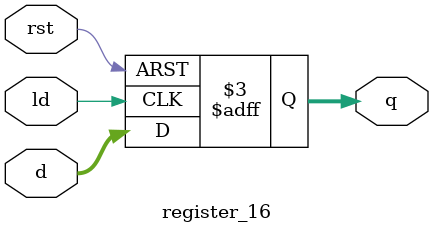
<source format=v>
`timescale 100ps / 1ps


module top_module(input clk, topRst);
	 
	 wire Dc, rd, wr, lPC, TPC, LT, TT, LMAR, TMAR, LIR, RMDRExt, RMDRInt, TMDR2X, TMDR2Ext, TMDR2IR, LMDR, LregY, T1, Lflag, rdM, wrM, PCrst, mfc;
	 wire [6:0] irContr;
	 wire [15:0] Abus, Dbus;
	 wire [1:0] fnSel, selreg;
	 
	datapath dpO(Dc, irContr, Abus, Dbus, rd, wr, lPC, TPC, LT, TT, LMAR, TMAR, LIR, RMDRExt, RMDRInt, TMDR2X, TMDR2Ext, TMDR2IR, LMDR, LregY, T1, Lflag, PCrst, fnSel, selreg);
	controller contrO(rd, wr, lPC, TPC, LT, TT, LMAR, TMAR, LIR, RMDRExt, RMDRInt, TMDR2X, TMDR2Ext, TMDR2IR, LMDR, LregY, T1, Lflag, rdM, wrM, PCrst, fnSel, selreg, Dc, clk, topRst, mfc, irContr);
	memoryModule memO(Abus, Dbus, rdM, wrM, mfc);

endmodule


module triStateBuffer(
		output [15:0] b,
		input[15:0] a,
		input enable);
	assign b = (enable) ? a : 16'bzzzzzzzzzzzzzzzz;
	
endmodule


module alu(
		output[15:0] z,
		output c_n, c_n_minus_1,
		input[15:0] x, y,
		input [2:0] fnsel);

	wire [15:0] cmpOut, orOut, andOut, y1, addsubOut;
	
	xor_16_1 xm(y1, y, fnsel[0]);
	adder_16 addm(addsubOut, c_n, c_n_minus_1, x, y1, fnsel[0]);
	
	and_16 andm(andOut, x, y);
	
	or_16 om(orOut, x, y);
	
	cmp_16 cm(cmpOut, x);
	
	mux8_1_16 mm(z, addsubOut, addsubOut, andOut, orOut, 16'bXXXXXXXXXXXXXXXX, cmpOut, x, 16'bXXXXXXXXXXXXXXXX, fnsel);

endmodule



module dff(
		output reg q, nq,
		input d,
		input ld, rst);
	//reg q, nq;
	always @ (posedge ld or negedge rst)
	begin
		if(rst == 0)
			q <= 0;
		else
			begin
				q <= d;
				nq <= ~d;
			end
	end

	//assign nq <= q;
endmodule



module statusDetectors(
		output Dc,
		input [15:0] z,
		input c_n, c_n_minus_1, Lflag,
		input [3:0] IR12_9);
	//buf(Cin, c_n);
	
	wire Cin,Vin,Sin,Zin,rst,Zout,nZout,Cout,nCout,Vout,nVout,Sout,nSout;
	assign Cin = c_n;
	
	xor(Vin, c_n, c_n_minus_1);
	
	assign Sin = z[15];
	
	nor(Zin, z[0], z[1], z[2], z[3], z[4], z[5], z[6], z[7], z[8], z[9], z[10], z[11], z[12], z[13], z[14], z[15]);

	dff m1(Zout, nZout, Zin, Lflag, rst),
		 m2(Cout, nCout, Cin, Lflag, rst),
		 m3(Vout, nVout, Vin, Lflag, rst),
		 m4(Sout, nSout, Sin, Lflag, rst);

	muxDc DCon(Dc, 1'b1, Zout, nZout, Cout, nCout, Vout, nVout, Sout, nSout, IR12_9);
endmodule



module cmp_16(
		output [15:0] o,
		input[15:0] i);
	wire[15:0] t;
	genvar j;
	generate for(j=0; j <= 15; j=j+1)
	begin:loop
		not(t[j], i[j]);
	end
	endgenerate

	wire cn,cn1;
  adder_16 m(o, cn, cn1, t, 16'b0000000000000000, 1'b1);
endmodule



module mux4_1_3(
		output reg [2:0] o,
		input [2:0] i0, i1, i2, i3,
		input [1:0] sel);
//	not(nsel, sel);
//	and(t1, i0, nsel), (t2, i1, sel);
//	or(o, t1, t2);
	always @(sel, i0, i1, i2, i3)
	case(sel)
		2'b00: o = i0;
		2'b01: o = i1;
		2'b10: o = i2;
		2'b11: o = i3;
	endcase
endmodule


module mux8_1_16(
		output reg [15:0] o,
		input[15:0] i0, i1, i2, i3, i4, i5, i6, i7,
		input[2:0] sel);
	//reg[15:0] o;
	
	always @ (i0 or i1 or i2 or i3 or i4 or i5 or i6 or i7 or sel)
	case(sel)
		0: o= i0;
		1: o= i1;
		2: o= i2;
		3: o= i3;
		4: o= i4;
		5: o= i5;
		6: o= i6;
		7: o= i7;
	endcase

endmodule


module mux2_1_3(
		output reg [2:0] o,
		input [2:0] i0, i1,
		input sel);
//	not(nsel, sel);
//	and(t1, i0, nsel), (t2, i1, sel);
//	or(o, t1, t2);
	always @(sel, i0, i1)
	case(sel)
		0: o = i0;
		1: o = i1;
	endcase
endmodule


module decoder3_8(out, sel);


  input [2:0] sel;
  output reg [7:0] out;

  always @(sel,out)
	 case (sel)
		 3'b000  : out = 8'b00000001;
		 3'b001  : out = 8'b00000010;
		 3'b010  : out = 8'b00000100;
		 3'b011  : out = 8'b00001000;
		 3'b100  : out = 8'b00010000;
		 3'b101  : out = 8'b00100000;
		 3'b110  : out = 8'b01000000;
		 3'b111	: out = 8'b10000000;
	 endcase

endmodule



module regBank(
		output [15:0] p,
		input [15:0] Din,
		input [2:0] pa, wpa,
		input rd, wr);
	wire[15:0] q0, q1, q2 ,q3 ,q4 ,q5 ,q6 ,q7;
	wire[7:0] wpaOut, t;
	decoder3_8 decm(wpaOut, wpa);
	wire ld0,ld1,ld2,ld3,ld4,ld5,ld6,ld7;
	and and1(ld0, wr, wpaOut[0]);
	and and2(ld1, wr, wpaOut[1]);
	and and3(ld2, wr, wpaOut[2]);
	and and4(ld3, wr, wpaOut[3]);
	and and5(ld4, wr, wpaOut[4]);
	and and6(ld5, wr, wpaOut[5]);
	and and7(ld6, wr, wpaOut[6]);
	and and8(ld7, wr, wpaOut[7]);
	
  wire rst,Din;
	register_16 r0(q0, Din, ld0, rst),
					r1(q1, Din, ld1, rst),
					r2(q2, Din, ld2, rst),
					r3(q3, Din, ld3, rst),
					r4(q4, Din, ld4, rst),
					r5(q5, Din, ld5, rst),
					r6(q6, Din, ld6, rst),
					r7(q7, Din, ld7, rst);
	
	demux1_8 dmm(t, rd, pa);
	
	triStateBuffer tsb0(p, q0, t[0]),
						tsb1(p, q1, t[1]),
						tsb2(p, q2, t[2]),
						tsb3(p, q3, t[3]),
						tsb4(p, q4, t[4]),
						tsb5(p, q5, t[5]),
						tsb6(p, q6, t[6]),
						tsb7(p, q7, t[7]);

endmodule


module full_adder ( a ,b ,c ,sum ,carry );

    output sum ;
    output carry ;

    input a ;
    input b ;
    input c ;
        
//    assign sum = a ^ b ^ c;  
//    assign carry = (a&b) | (b&c) | (c&a);
   // xor (t, a, b);
    //xor (sum, t1, c);
	 xor(sum, a, b, c);
  wire t1,t2,t3;
    and (t1, a,b), (t2, b, c), (t3, c,a);
   // or (tt, t1, t2);
    or (carry, t1, t2, t3);
endmodule

module adder_16 (sum, c_n, c_n_minus_1, a, b, cin);

output [15:0] sum ;
output c_n, c_n_minus_1;

input [15:0] a ;
input [15:0] b ;
input cin;

wire [13:0] s;

full_adder u0 (a[0],b[0],cin,sum[0],s[0]);
full_adder u1 (a[1],b[1],s[0],sum[1],s[1]);
full_adder u2 (a[2],b[2],s[1],sum[2],s[2]);
//full_adder u3 (a[3],b[3],s[2],sum[3],carry);
full_adder u3 (a[3],b[3],s[2],sum[3],s[3]);
full_adder u4 (a[4],b[4],s[3],sum[4],s[4]);
full_adder u5 (a[5],b[5],s[4],sum[5],s[5]);
full_adder u6 (a[6],b[6],s[5],sum[6],s[6]);
full_adder u7 (a[7],b[7],s[6],sum[7],s[7]);

full_adder  u8(a[8],b[8],s[7],sum[8],s[8]);
full_adder  u9(a[9],b[9],s[8],sum[9],s[9]);
full_adder  u10(a[10],b[10],s[9],sum[10],s[10]);
full_adder  u11(a[11],b[11],s[10],sum[11],s[11]);
full_adder  u12(a[12],b[12],s[11],sum[12],s[12]);
full_adder  u13(a[13],b[13],s[12],sum[13],s[13]);
full_adder  u14(a[14],b[14],s[13],sum[14],c_n_minus_1);
full_adder  u15(a[15],b[15],c_n_minus_1, sum[15],c_n);

endmodule


module xor_16_1(
		output[15:0] c,
		input [15:0] a,
		input b);
	genvar i;
	generate for(i=0; i <= 15; i=i+1)
	begin:loop
		xor(c[i], a[i], b);
	end
	endgenerate

endmodule



module or_16(
		output[15:0] c,
		input [15:0] a, b);
	genvar i;
	generate for(i=0; i <= 15; i=i+1)
	begin:loop
		or(c[i], a[i], b[i]);
	end
	endgenerate

endmodule



module and_16(
		output[15:0] c,
		input [15:0] a, b);
	genvar i;
	generate for(i=0; i <= 15; i=i+1)
	begin:loop
		and(c[i], a[i], b[i]);
	end
	endgenerate

endmodule



module mux2_1(
		output o,
		input i0, i1, sel);
  	wire nsel,t1,t2;
	not nn(nsel, sel);
  and at1(t1, i0, nsel), at2(t2, i1, sel);
	or ot(o, t1, t2);
endmodule

module muxDc(
		output reg Dc,
		input iu, iz, inz, ic, inc, iv, inv, is, ins,
		input[3:0] IR12_9);
	//reg[15:0] o;
	
	always @ (iu, iz, inz, ic, inc, iv, inv, is, ins, IR12_9)
	case(IR12_9)
		4'b0000: begin Dc= iu; /*$display("Dc = iu\n");*/ end
		4'b1000: begin Dc= iz; /*$display("Dc = iz\n");*/ end
		4'b1001: begin Dc= inz; /*$display("Dc = inz\n");*/ end
		4'b1010: begin Dc= ic; /*$display("Dc = ic\n");*/ end
		4'b1011: begin Dc= inc; /*$display("Dc = inc\n");*/ end
		4'b1100: begin Dc= iv; /*$display("Dc = iv\n");*/ end
		4'b1101: begin Dc= inv; /*$display("Dc = inv\n");*/ end
		4'b1110: begin Dc= is; /*$display("Dc = is\n");*/ end
		4'b1111: begin Dc= ins; /*$display("Dc = ins\n");*/ end
	endcase

endmodule

module memoryModule(
		//input [15:0] M[2^16-1:0],
		input [15:0] Abus,
		inout [15:0] Dbus,
		input rdM, wrM,
		output reg mfc);
//	reg [15:0] M[2^16-1:0];
	reg [15:0] M[0:65535];
	
	//Filling the instructions into memory
	initial
	begin
		M[0] = 16'b1000000110001111;
		M[1] = 16'b0000000111110100;
		M[2] = 16'b1001011111010101;
		M[3] = 16'b0000000000000000;
		M[4] = 16'b1000010111101110;
		M[5] = 16'b0000000000000001;
		M[6] = 16'b0000001110000101;
		M[7] = 16'b1010010111101110;
		M[8] = 16'b0000000000001010;
		M[9] = 16'b0100100111110101;
		M[10] = 16'b1111111111111000;
		M[11] = 16'b1101001101010101;
		M[12] = 16'b0000000001011000;
		M[100] = 16'b1001000111000001;
		M[101] = 16'b0000000001111001;
      	M[499] = 16'b0000001000001000;
		M[500] = 16'b0000000000001111;
		M[516] = 16'b0000000000000111;
		M[520] = 16'b0000000000001010;
	end
	
	reg [15:0] DbusReg;
	assign Dbus = (rdM) ? DbusReg : 16'bzzzzzzzzzzzzzzzz;
		
	always@(posedge rdM or posedge wrM)
	begin
		if(rdM == 1) begin
			DbusReg = M[Abus];
		end
		
		else if(wrM == 1) begin
			//M[Abus] = Dbus;
			#(1*0.01); 
			M[Abus] = Dbus;
		end
		
	end
	
	always @ (posedge rdM or posedge wrM)
	begin
		mfc = 0;
		#21;
		mfc = 1;
	end
endmodule

module controller(
		output reg rd, wr, lPC, TPC, LT, TT, LMAR, TMAR, LIR, RMDRExt, RMDRInt, TMDR2X, TMDR2Ext, TMDR2IR, LMDR, LregY, T1, Lflag, rdM, wrM, PCrst,
		// as usual PCrst (to reset only the PC register in the datapath) is active low signal
		////PCrst was previously active high signal
		output reg [1:0] fnSel, selreg,
		input Dc, clk, topRst, mfc, //topRst is also active low
		input [6:0] irContr);

	parameter f0=0,
		  f1 =1,
		  f2 =2,
		  f3 =3,
		  f4 =4,
		  
		  ai1=5,
		  ai2=6,
		  ai3=7,
		  ai4=8,
		  ai5=9,
		  ai6=10,
		  
		  mi6=11,
		  
		  ar1=12,
		  ar2=13,
		  
		  mr2=14,
		  
		  ax1=15,
		  ax2=16,
		  ax3=17,
		  ax4=18,
		  ax5=19,
		  ax6=20,
		  ax7=21,
		  ax8=22,
		  ax9=23,
		  ax10=24,
		  ax11=25,
		  ax12=26,
		  
		  mx12=27,
		  
		  aa1=28,
		  aa2=29,
		  aa3=30,
		  aa4=31,
		  aa5=32,
		  aa6=33,
		  aa7=34,
		  aa8=35,
		  aa9=36,
		  aa10=37,
		  
		  ma10=38,
		  
		  an1=39,
		  an2=40,
		  an3=41,
		  an4=42,
		  an5=43,
		  an6=44,
		  an7=45,
		  an8=46,
		  an9=47,
		  an10=48,
		  an11=49,
		  an12=50,
		  an13=51,
		  an14=52,
		  an15=53,
		  
		  mn15=54,
		  
		  cmpState=55,
		  
		  li5 = 56,
		  lr1 = 57,
		  lx11 = 58,
		  la9 = 59,
		  ln14 = 60,
		  
		  sx8 = 61,
		  sx9 = 62,
		  sx10 = 63,
		  
		  sa6 = 64,
		  sa7 = 65,
		  sa8 = 66,
		  
		  sn12 = 67,
		  sn13 = 68,
		  sn14 = 69,
		  
		  j1 = 70,
		  j2 = 71,
		  j3 = 72,
		  j4 = 73,
		  j5 = 74,
		  
		  jal1 = 75,
		  jal2 = 76,
		  jal3 = 77,
		  jal4 = 78,
		  jal5 = 79,
		  jal6 = 80,
		  jal7 = 81,
		  
		  jrState = 82;
		  
   	reg [6:0] state, next_state; //82+1 (=83) states
   	
	always @ (posedge clk or negedge topRst)
	begin
		if(topRst==0) state <= f0;
		else state <= next_state;
	end
	
	// State transitions (for next state)
	always @ (state, irContr, Dc, mfc)
	begin
		next_state = state;
		case(state)
		f0:	next_state = f1;
		f1:	next_state = f2;
		f2:	if(mfc == 0) next_state = f2;
				else next_state = f3;
		f3:	next_state = f4;
		f4: 	if((irContr[6] == 0 | irContr[6:4] == 3'b100) && irContr[2:0] == 3'b000 && irContr[6:3] != 4'b0101) //{add,sub,and,or,mns,ld}i
					next_state = ai1;
				else if(irContr[6] == 0 && irContr[2:0] == 001 && irContr[6:3] != 4'b0101) //{add,sub,and,or,mns}r
					next_state = ar1;
				else if(irContr[6:4] == 3'b100 && irContr[2:0] == 001) //ldr
					next_state = lr1;
				else if((irContr[6] == 0 | irContr[6:5] == 2'b10) && irContr[2:0] == 3'b010 && irContr[6:3] != 4'b0101) //{add,sub,and,or,mns,ld,st}x
					next_state = ax1;
				else if((irContr[6] == 0 | irContr[6:5] == 2'b10) && irContr[2:0] == 3'b011 && irContr[6:3] != 4'b0101) //{add,sub,and,or,mns,ld,st}a
					next_state = aa1;
				else if((irContr[6] == 0 | irContr[6:5] == 2'b10) && irContr[2:0] == 3'b100 && irContr[6:3] != 4'b0101) //{add,sub,and,or,mns,ld,st}n
					next_state = an1;
				else if(irContr[6:3] == 4'b0101) //cmp
					next_state = cmpState;
				else if(irContr[6:4] == 3'b110) //j{_,z,nz,c,nc,v,nv,m,nm}
					next_state = j1;
				else if(irContr[6:3] == 4'b1110) //jal
					next_state = jal1;
				else if(irContr[6:3] == 4'b1111) //jr
					next_state = jrState;
				else
					$display("UNDEFINED INSTRUCTION ! (Execution of all the instrucions completed).");
		ai1:	next_state = ai2;
		ai2:	if(mfc == 0) next_state = ai2;
				else next_state = ai3;
		ai3:	next_state = ai4;
		ai4:	if(irContr[6:4] == 3'b100) next_state = li5;
				else next_state = ai5;
		ai5:	if(4'b0100 == irContr[6:3]) next_state = mi6;
				else next_state = ai6;
		ai6:	next_state = f1;
		mi6:	next_state = f1;
		ar1:	if(4'b0100 == irContr[6:3]) next_state = mr2;
				else next_state = ar2;
		ar2:	next_state = f1;
		mr2:	next_state = f1;
		ax1:	next_state = ax2;
		ax2:	if(mfc == 0) next_state = ax2;
				else next_state = ax3;
		ax3:	next_state = ax4;
		ax4:	next_state = ax5;
		ax5:	next_state = ax6;
		ax6:	next_state = ax7;
		ax7:	if(3'b101 == irContr[6:4]) next_state = sx8;
				else next_state = ax8;
		ax8: next_state = ax9;
		ax9:	if(mfc == 0) next_state = ax9;
				else next_state = ax10;
		ax10: if(3'b100 == irContr[6:4]) next_state = lx11;
				else next_state = ax11;
		ax11: if(4'b0100 == irContr[6:3]) next_state = mx12;
				else next_state = ax12;
		ax12: next_state = f1;
		mx12: next_state = f1;
		aa1:	next_state = aa2;
		aa2:	if(mfc == 0) next_state = aa2;
				else next_state = aa3;
		aa3:	next_state = aa4;
		aa4:	next_state = aa5;
		aa5:	if(3'b101 == irContr[6:4]) next_state = sa6;
				else next_state = aa6;
		aa6:	next_state = aa7;
		aa7:	if(mfc == 0) next_state = aa7;
				else next_state = aa8;
		aa8:	if(3'b100 == irContr[6:4]) next_state = la9;
				else next_state = aa9;
		aa9:	if(4'b0100 == irContr[6:3]) next_state = ma10;
				else next_state = aa10;
		aa10:	next_state = f1;
		ma10:	next_state = f1;
		an1:	next_state = an2;
		an2:	if(mfc == 0) next_state = an2;
				else next_state = an3;
		an3:	next_state = an4;
		an4:	next_state = an5;
		an5:	next_state = an6;
		an6:	next_state = an7;
		an7:	next_state = an8;
		an8:	next_state = an9;
		an9:	if(mfc == 0) next_state = an9;
				else next_state = an10;
		an10:	next_state = an11;
		an11:	if(3'b101 == irContr[6:4]) next_state = sn12;
				else next_state = an12;
		an12:	if(mfc == 0) next_state = an12;
				else next_state = an13;
		an13:	if(3'b100 == irContr[6:4]) next_state = ln14;
				else next_state = an14;
		an14:	if(4'b0100 == irContr[6:3]) next_state = mn15;
				else next_state = an15;
		an15:	next_state = f1;
		mn15:	next_state = f1;
		cmpState:	next_state = f1;
		li5:	next_state = f1;
		lr1:	next_state = f1;
		lx11:	next_state = f1;
		la9:	next_state = f1;
		ln14:	next_state = f1;
		sx8:	next_state = sx9;
		sx9:	next_state = sx10;
		sx10:	if(mfc == 0) next_state = sx10;
				else next_state = f1;
		sa6:	next_state = sa7;
		sa7:	next_state = sa8;
		sa8:	if(mfc == 0) next_state = sa8;
				else next_state = f1;
		sn12:	next_state = sn13;
		sn13:	next_state = sn14;
		sn14:	if(mfc == 0) next_state = sn14;
				else next_state = f1;
		j1:	next_state = j2;
		j2:	if(mfc == 0) next_state = j2;
				else next_state = j3;
		j3:	next_state = j4;
		j4:	if(Dc) next_state = j5;
				else next_state = f1;
		j5:	next_state = f1;
		jal1:	next_state = jal2;
		jal2:	next_state = jal3;
		jal3:	next_state = jal4;
		jal4:	if(mfc == 0) next_state = jal4;
				else next_state = jal5;
		jal5:	next_state = jal6;
		jal6:	next_state = jal7;
		jal7:	next_state = f1;
		jrState:	next_state = f1;
		default: $display("UNDEFINED STATE !!! No state transition possible.- %0d", $time);
		endcase
	end
	
	// For output signals
	always @ (state)
	begin
		rd = 0; wr = 0; lPC = 0; TPC = 0; LT = 0; TT = 0; LMAR = 0; TMAR = 0; LIR = 0; RMDRExt = 0; RMDRInt = 0; TMDR2X = 0; TMDR2Ext = 0; TMDR2IR = 0; LMDR = 0; LregY = 0; T1 = 0; Lflag = 0; rdM = 0; wrM = 0; PCrst = 1;
		fnSel = 2'b11; selreg = 2'b11; //for don't care cases
		case(state)
		f0:	begin #1; PCrst <= 0; $display("State= %d, %b- %0d(x100ps):- PCrst <= 0;", state, irContr, $time); end
		f1:	begin TPC <= 1; fnSel <= 2'b01; LMAR <= 0; /*LMAR <= ~clk;*/ TMAR <= 1; rdM <= 1; $display("\n\nState= %d, %b- %0d(x100ps):- TPC <= 1; fnSel <= 2'b01; LMAR <= ~clk; TMAR <= 1; rdM <= 1;", state, irContr, $time); #5; LMAR <= 1; end
		f2:	begin TMAR <= 1; rdM <= 1; $display("State= %d, %b- %0d(x100ps):- TMAR <= 1; rdM <= 1;", state, irContr, $time); end
		f3:	begin TMAR <= 1; rdM <= 1; LIR <= 0;/*always@ begin (clk) LIR <= ~clk; end*/ /*LIR <= ~clk;*/ T1 <= 1; LregY <= 0;/*LregY <= ~clk;*/ $display("State= %d, %b- %0d(x100ps):- TMAR <= 1; rdM <= 1; LIR <= ~clk; T1 <= 1; LregY <= ~clk;", state, irContr, $time); #5; LIR <= 1; LregY <= 1; end
		f4:	begin TPC <= 1; fnSel <= 2'b10; /*lPC = ~clk;*/ $display("State= %d, %b- %0d(x100ps):- TPC <= 1; fnSel <= 2'b10; lPC <= ~clk;", state, irContr, $time); #5; lPC <= 1; end
		ai1:	begin TPC <= 1; fnSel <= 2'b01; /*LMAR <= ~clk;*/ TMAR <= 1; rdM <= 1; $display("State= %d- %0d(x100ps):- TPC <= 1; fnSel <= 2'b01; LMAR <= ~clk; TMAR <= 1; rdM <= 1;", state, $time); #5; LMAR <= 1; end
		ai2:	begin TMAR <= 1; rdM <= 1; $display("State= %d- %0d(x100ps):- TMAR <= 1; rdM <= 1;", state, $time); end
		ai3:	begin TMAR <= 1; rdM <= 1; RMDRExt <= 1; /*LMDR <= ~clk;*/ T1 <= 1; /*LregY <= ~clk;*/ $display("State= %d- %0d(x100ps):- TMAR <= 1; rdM <= 1; RMDRExt <= 1; LMDR <= ~clk; T1 <= 1; LregY <= ~clk;", state, $time); #5; LMDR <= 1; LregY <= 1;end
		ai4:	begin TPC <= 1; fnSel <= 2'b10; /*lPC <= ~clk;*/ $display("State= %d- %0d(x100ps):- TPC <= 1; fnSel <= 2'b10; lPC <= ~clk;", state, $time); #5; lPC <= 1; end
		ai5:	begin TMDR2X <= 1; /*LregY <= ~clk;*/ $display("State= %d- %0d(x100ps):- TMDR2X <= 1; LregY <= ~clk;", state, $time); #5; LregY <= 1; end
		ai6:	begin rd <= 1; selreg <= 2; fnSel <= 0; /*wr <= ~clk;*/ /*Lflag <= ~clk;*/ $display("State= %d- %0d(x100ps):- rd <= 1; selreg <= 2; fnSel <= 0; wr <= ~clk; Lflag <= ~clk;", state, $time); #5; wr <= 1; Lflag <= 1; end
		mi6:	begin rd <= 1; selreg <= 2; fnSel <= 0; /*Lflag <= ~clk;*/ $display("State= %d- %0d(x100ps):- rd <= 1; selreg <= 2; fnSel <= 0; Lflag <= ~clk;", state, $time); #5; Lflag <= 1; end
		ar1:	begin rd <= 1; selreg <= 0; /*LregY <= ~clk;*/ $display("State= %d- %0d(x100ps):- rd <= 1; selreg <= 0; LregY <= ~clk;", state, $time); #5; LregY <= 1; #5; LregY <= 1; end
		ar2:	begin rd <= 1; selreg <= 2; fnSel <= 0; /*wr <= ~clk;*/ /*Lflag <= ~clk;*/ $display("State= %d- %0d(x100ps):- rd <= 1; selreg <= 2; fnSel <= 0; wr <= ~clk; Lflag <= ~clk;", state, $time); #5; wr <= 1; Lflag <= 1; end
		mr2:	begin rd <= 1; selreg <= 2; fnSel <= 0; /*Lflag <= ~clk;*/ $display("State= %d- %0d(x100ps):- rd <= 1; selreg <= 2; fnSel <= 0; Lflag <= ~clk;", state, $time); #5; Lflag <= 1; end
		ax1:	begin TPC <= 1; fnSel <= 1; /*LMAR <= ~clk;*/ TMAR <= 1; rdM <= 1; $display("State= %d- %0d(x100ps):- TPC <= 1; fnSel <= 1; LMAR <= ~clk; TMAR <= 1; rdM <= 1;", state, $time); #5; LMAR <= 1; end
		ax2:	begin TMAR <= 1; rdM <= 1; $display("State= %d- %0d(x100ps):- TMAR <= 1; rdM <= 1;", state, $time); end
		ax3:	begin TMAR <= 1; rdM <= 1; RMDRExt <= 1; /*LMDR <= ~clk;*/ T1 <= 1; /*LregY <= ~clk;*/ $display("State= %d- %0d(x100ps):- TMAR <= 1; rdM <= 1; RMDRExt <= 1; LMDR <= ~clk; T1 <= 1; LregY <= ~clk;", state, $time); #5; LMDR <= 1; LregY <= 1; end
		ax4:	begin TPC <= 1; fnSel <= 2; /*lPC <= ~clk;*/ $display("State= %d- %0d(x100ps):- TPC <= 1; fnSel <= 2; lPC <= ~clk;", state, $time); #5; lPC <= 1; end
		ax5:	begin rd <= 1; selreg <= 1; /*LregY <= ~clk;*/ $display("State= %d- %0d(x100ps):- rd <= 1; selreg <= 1; LregY <= ~clk;", state, $time); #5; LregY <= 1; end
		ax6:	begin rd <= 1; selreg <= 0; fnSel <= 2; /*LT <= ~clk;*/ $display("State= %d- %0d(x100ps):- rd <= 1; selreg <= 0; fnSel <= 2; LT <= ~clk;", state, $time); #5; LT <= 1; end
		ax7:	begin TMDR2X <= 1; /*LregY <= ~clk;*/ $display("State= %d- %0d(x100ps):- TMDR2X <= 1; LregY <= ~clk;", state, $time); #5; LregY <= 1; end
		ax8:	begin TT <= 1; fnSel <= 2; /*LMAR <= ~clk;*/ TMAR <= 1; rdM <= 1; $display("State= %d- %0d(x100ps):- TT <= 1; fnSel <= 2; LMAR <= ~clk; TMAR <= 1; rdM <= 1;", state, $time); #5; LMAR <= 1; end
		ax9:	begin TMAR <= 1; rdM <= 1; $display("State= %d- %0d(x100ps):- TMAR <= 1; rdM <= 1;", state, $time); end
		ax10:	begin TMAR <= 1; rdM <= 1; RMDRExt <= 1; /*LMDR <= ~clk;*/ $display("State= %d- %0d(x100ps):- TMAR <= 1; rdM <= 1; RMDRExt <= 1; LMDR <= ~clk;", state, $time); #5; LMDR <= 1; end
		ax11:	begin TMDR2X <= 1; /*LregY <= ~clk;*/ $display("State= %d- %0d(x100ps):- TMDR2X <= 1; LregY <= ~clk;", state, $time); #5; LregY <= 1; end
		ax12:	begin rd <= 1; selreg <= 2; fnSel <= 0; /*wr <= ~clk;*/ /*Lflag <= ~clk;*/ $display("State= %d- %0d(x100ps):- rd <= 1; selreg <= 2; fnSel <= 0; wr <= ~clk; Lflag <= ~clk;", state, $time); #5; wr <= 1; Lflag <= 1; end
		mx12:	begin rd <= 1; selreg <= 2; fnSel <= 0; /*Lflag <= ~clk;*/ $display("State= %d- %0d(x100ps):- rd <= 1; selreg <= 2; fnSel <= 0; Lflag <= ~clk;", state, $time); #5; Lflag <= 1; end
		aa1:	begin TPC <= 1; fnSel <= 1; /*LMAR <= ~clk;*/ TMAR <= 1; rdM <= 1; $display("State= %d- %0d(x100ps):- TPC <= 1; fnSel <= 1; LMAR <= ~clk; TMAR <= 1; rdM <= 1;", state, $time); #5; LMAR <= 1; end
		aa2:	begin TMAR <= 1; rdM <= 1; $display("State= %d- %0d(x100ps):- TMAR <= 1; rdM <= 1;", state, $time); end
		aa3:	begin TMAR <= 1; rdM <= 1; RMDRExt <= 1; /*LMDR <= ~clk;*/ T1 <= 1; /*LregY <= ~clk;*/ $display("State= %d- %0d(x100ps):- TMAR <= 1; rdM <= 1; RMDRExt <= 1; LMDR <= ~clk; T1 <= 1; LregY <= ~clk;", state, $time); #5; LMDR <= 1; LregY <= 1; end
		aa4:	begin TPC <= 1; fnSel <= 2; /*lPC <= ~clk;*/ $display("State= %d- %0d(x100ps):- TPC <= 1; fnSel <= 2; lPC <= ~clk;", state, $time); #5; lPC <= 1; end
		aa5:	begin TMDR2X <= 1; /*LregY <= ~clk;*/ $display("State= %d- %0d(x100ps):- TMDR2X <= 1; LregY <= ~clk;", state, $time); #5; LregY <= 1; end
		aa6:	begin rd <= 1; selreg <= 0; fnSel <= 2; /*LMAR <= ~clk;*/ TMAR <= 1; rdM <= 1; $display("State= %d- %0d(x100ps):- rd <= 1; selreg <= 0; fnSel <= 2; LMAR <= ~clk; TMAR <= 1; rdM <= 1;", state, $time); #5; LMAR <= 1; end
		aa7:	begin TMAR <= 1; rdM <= 1; $display("State= %d- %0d(x100ps):- TMAR <= 1; rdM <= 1;", state, $time); end
		aa8:	begin TMAR <= 1; rdM <= 1; RMDRExt <= 1; /*LMDR <= ~clk;*/ $display("State= %d- %0d(x100ps):- TMAR <= 1; rdM <= 1; RMDRExt <= 1; LMDR <= ~clk;", state, $time); #5; LMDR <= 1; end
		aa9:	begin TMDR2X <= 1; /*LregY <= ~clk;*/ $display("State= %d- %0d(x100ps):- TMDR2X <= 1; LregY <= ~clk;", state, $time); #5; LregY <= 1; end
		aa10:	begin rd <= 1; selreg <= 2; fnSel <= 0; /*wr <= ~clk;*/ /*Lflag <= ~clk;*/ $display("State= %d- %0d(x100ps):- rd <= 1; selreg <= 2; fnSel <= 0; wr <= ~clk; Lflag <= ~clk;", state, $time); #5; wr <= 1; Lflag <= 1; end
		ma10:	begin rd <= 1; selreg <= 2; fnSel <= 0; /*Lflag <= ~clk;*/ $display("State= %d- %0d(x100ps):- rd <= 1; selreg <= 2; fnSel <= 0; Lflag <= ~clk;", state, $time); #5; Lflag <= 1; end
		an1:	begin TPC <= 1; fnSel <= 1; /*LMAR <= ~clk;*/ TMAR <= 1; rdM <= 1; $display("State= %d- %0d(x100ps):- TPC <= 1; fnSel <= 1; LMAR <= ~clk; TMAR <= 1; rdM <= 1;", state, $time); #5; LMAR <= 1; end
		an2:	begin TMAR <= 1; rdM <= 1; $display("State= %d- %0d(x100ps):- TMAR <= 1; rdM <= 1;", state, $time); end
		an3:	begin TMAR <= 1; rdM <= 1; RMDRExt <= 1; /*LMDR <= ~clk;*/ T1 <= 1; /*LregY <= ~clk;*/ $display("State= %d- %0d(x100ps):- TMAR <= 1; rdM <= 1; RMDRExt <= 1; LMDR <= ~clk; T1 <= 1; LregY <= ~clk;", state, $time); #5; LMDR <= 1; LregY <= 1; end
		an4:	begin TPC <= 1; fnSel <= 2; /*lPC <= ~clk;*/ $display("State= %d- %0d(x100ps):- TPC <= 1; fnSel <= 2; lPC <= ~clk;", state, $time); #5; lPC <= 1; end
		an5:	begin rd <= 1; selreg <= 1; /*LregY <= ~clk;*/ $display("State= %d- %0d(x100ps):- rd <= 1; selreg <= 1; LregY <= ~clk;", state, $time); #5; LregY <= 1; end
		an6:	begin rd <= 1; selreg <= 0; fnSel <= 2; /*LT <= ~clk;*/ $display("State= %d- %0d(x100ps):- rd <= 1; selreg <= 0; fnSel <= 2; LT <= ~clk;", state, $time); #5; LT <= 1; end
		an7:	begin TMDR2X <= 1; /*LregY <= ~clk;*/ $display("State= %d- %0d(x100ps):- TMDR2X <= 1; LregY <= ~clk;", state, $time); #5; LregY <= 1; end
		an8:	begin TT <= 1; fnSel <= 2; /*LMAR <= ~clk;*/ TMAR <= 1; rdM <= 1; $display("State= %d- %0d(x100ps):- TT <= 1; fnSel <= 2; LMAR <= ~clk; TMAR <= 1; rdM <= 1;", state, $time); #5; LMAR <= 1; end
		an9:	begin TMAR <= 1; rdM <= 1; $display("State= %d- %0d(x100ps):- TMAR <= 1; rdM <= 1;", state, $time); end
		an10:	begin TMAR <= 1; rdM <= 1; RMDRExt <= 1; /*LMDR <= ~clk;*/ $display("State= %d- %0d(x100ps):- TMAR <= 1; rdM <= 1; RMDRExt <= 1; LMDR <= ~clk;", state, $time); #5; LMDR <= 1; end
		an11:	begin TMDR2X <= 1; fnSel <= 1; /*LMAR <= ~clk;*/ $display("State= %d- %0d(x100ps):- TMDR2X <= 1; fnSel <= 1; LMAR <= ~clk;", state, $time); #5; LMAR <= 1; end
		an12:	begin TMAR <= 1; rdM <= 1; $display("State= %d- %0d(x100ps):- TMAR <= 1; rdM <= 1;", state, $time); end
		an13:	begin TMAR <= 1; rdM <= 1; RMDRExt <= 1; /*LMDR <= ~clk;*/ $display("State= %d- %0d(x100ps):- TMAR <= 1; rdM <= 1; RMDRExt <= 1; LMDR <= ~clk;", state, $time); #5; LMDR <= 1; end
		an14:	begin TMDR2X <= 1; /*LregY <= ~clk;*/ $display("State= %d- %0d(x100ps):- TMDR2X <= 1; LregY <= ~clk;", state, $time); #5; LregY <= 1; end
		an15:	begin rd <= 1; selreg <= 2; fnSel <= 0; /*wr <= ~clk;*/ /*Lflag <= ~clk;*/ $display("State= %d- %0d(x100ps):- rd <= 1; selreg <= 2; fnSel <= 0; wr <= ~clk; Lflag <= ~clk;", state, $time); #5; wr <= 1; Lflag <= 1; end
		mn15:	begin rd <= 1; selreg <= 2; fnSel <= 0; /*Lflag <= ~clk;*/ $display("State= %d- %0d(x100ps):- rd <= 1; selreg <= 2; fnSel <= 0; Lflag <= ~clk;", state, $time); #5; Lflag <= 1; end
		cmpState:	begin rd <= 1; selreg <= 2; fnSel <= 0; /*wr <= ~clk;*/ /*Lflag <= ~clk;*/ $display("State= %d- %0d(x100ps):- rd <= 1; selreg <= 2; fnSel <= 0; wr <= ~clk; Lflag <= ~clk;", state, $time); #5; wr <= 1; Lflag <= 1; end
		li5:	begin TMDR2X <= 1; fnSel <= 1; /*wr <= ~clk;*/ $display("State= %d- %0d(x100ps):- TMDR2X <= 1; fnSel <= 1; wr <= ~clk;", state, $time); #5; wr <= 1; end
		lr1:	begin rd <= 1; selreg <= 0; fnSel <= 1; /*wr <= ~clk;*/ $display("State= %d- %0d(x100ps):- rd <= 1; selreg <= 0; fnSel <= 1; wr <= ~clk;", state, $time); #5; wr <= 1; end
		lx11:	begin TMDR2X <= 1; fnSel <= 1; /*wr <= ~clk;*/ $display("State= %d- %0d(x100ps):- TMDR2X <= 1; fnSel <= 1; wr <= ~clk;", state, $time); #5; wr <= 1; end
		la9:	begin TMDR2X <= 1; fnSel <= 1; /*wr <= ~clk;*/ $display("State= %d- %0d(x100ps):- TMDR2X <= 1; fnSel <= 1; wr <= ~clk;", state, $time); #5; wr <= 1; end
		ln14:	begin TMDR2X <= 1; fnSel <= 1; /*wr <= ~clk;*/ $display("State= %d- %0d(x100ps):- TMDR2X <= 1; fnSel <= 1; wr <= ~clk;", state, $time); #5; wr <= 1; end
		sx8:	begin rd <= 1; selreg <= 2; fnSel <= 1; RMDRInt <= 1; /*LMDR <= ~clk;*/ $display("State= %d- %0d(x100ps):- rd <= 1; selreg <= 2; fnSel <= 1; RMDRInt <= 1; LMDR <= ~clk;", state, $time); #5; LMDR <= 1; end
		sx9:	begin TT <= 1; fnSel <= 2; /*LMAR <= ~clk;*/ TMAR <= 1; TMDR2Ext <= 1; /*wrM <= 1;*/ $display("State= %d- %0d(x100ps):- TT <= 1; fnSel <= 2; LMAR <= ~clk; TMAR <= 1; TMDR2Ext <= 1; wrM <= 1;", state, $time); #5; LMAR <= 1; /*TMDR2Ext <= 1;*/end
		sx10:	begin TMAR <= 1; TMDR2Ext <= 1; wrM <= 1; $display("State= %d- %0d(x100ps):- TMAR <= 1; TMDR2Ext <= 1; wrM <= 1;", state, $time); end
		sa6:	begin rd <= 1; selreg <= 2; fnSel <= 1; RMDRInt <= 1; /*LMDR <= ~clk;*/ $display("State= %d- %0d(x100ps):- rd <= 1; selreg <= 2; fnSel <= 1; RMDRInt <= 1; LMDR <= ~clk;", state, $time); #5; LMDR <= 1; end
		sa7:	begin rd <= 1; selreg <= 0; fnSel <= 2; /*LMAR <= ~clk;*/ TMAR <= 1; TMDR2Ext <= 1; /*wrM <= 1;*/ $display("State= %d- %0d(x100ps):- rd <= 1; selreg <= 0; fnSel <= 2; LMAR <= ~clk; TMAR <= 1; TMDR2Ext <= 1; wrM <= 1;", state, $time); #5; LMAR <= 1; end
		sa8:	begin TMAR <= 1; TMDR2Ext <= 1; wrM <= 1; $display("State= %d- %0d(x100ps):- TMAR <= 1; TMDR2Ext <= 1; wrM <= 1;", state, $time); end
		sn12:	begin rd <= 1; selreg <= 2; fnSel <= 1; RMDRInt <= 1; /*LMDR <= ~clk;*/ $display("State= %d- %0d(x100ps):- rd <= 1; selreg <= 2; fnSel <= 1; RMDRInt <= 1; LMDR <= ~clk;", state, $time); #5; LMDR <= 1; end
		sn13:	begin TMAR <= 1; TMDR2Ext <= 1; wrM <= 1; $display("State= %d- %0d(x100ps):- TMAR <= 1; TMDR2Ext <= 1; wrM <= 1;", state, $time); end
		sn14:	begin TMAR <= 1; TMDR2Ext <= 1; wrM <= 1; $display("State= %d- %0d(x100ps):- TMAR <= 1; TMDR2Ext <= 1; wrM <= 1;", state, $time); end
		j1:	begin TPC <= 1; fnSel <= 1; /*LMAR <= ~clk;*/ TMAR <= 1; rdM <= 1; $display("State= %d- %0d(x100ps):- TPC <= 1; fnSel <= 1; LMAR <= ~clk; TMAR <= 1; rdM <= 1;", state, $time); #5; LMAR <= 1; end
		j2:	begin TMAR <= 1; rdM <= 1; $display("State= %d- %0d(x100ps):- TMAR <= 1; rdM <= 1;", state, $time); end
		j3:	begin TMAR <= 1; rdM <= 1; RMDRExt <= 1; /*LMDR <= ~clk;*/ $display("State= %d- %0d(x100ps):- TMAR <= 1; rdM <= 1; RMDRExt <= 1; LMDR <= ~clk;", state, $time); #5; LMDR <= 1; end
		j4:	begin TMDR2X <= 1; /*LregY <= ~clk;*/ $display("State= %d- %0d(x100ps):- TMDR2X <= 1; LregY <= ~clk;", state, $time); #5; LregY <= 1; end
		j5:	begin TPC <= 1; fnSel <= 2; /*lPC <= ~clk;*/ $display("State= %d- %0d(x100ps):- TPC <= 1; fnSel <= 2; lPC <= ~clk;", state, $time); #5; lPC <= 1; end
		jal1:	begin T1 <= 1; /*LregY <= ~clk;*/ $display("State= %d- %0d(x100ps):- T1 <= 1; LregY <= ~clk;", state, $time); #5; LregY <= 1; end
		jal2:	begin TPC <= 1; fnSel <= 2; /*wr <= ~clk;*/ $display("State= %d- %0d(x100ps):- TPC <= 1; fnSel <= 2; wr <= ~clk;", state, $time); #5; wr <= 1; end
		jal3:	begin TPC <= 1; fnSel <= 1; /*LMAR <= ~clk;*/ TMAR <= 1; rdM <= 1; $display("State= %d- %0d(x100ps):- TPC <= 1; fnSel <= 1; LMAR <= ~clk; TMAR <= 1; rdM <= 1;", state, $time); #5; LMAR <= 1; end
		jal4:	begin TMAR <= 1; rdM <= 1; $display("State= %d- %0d(x100ps):- TMAR <= 1; rdM <= 1;", state, $time); end
		jal5:	begin TMAR <= 1; rdM <= 1; RMDRExt <= 1; /*LMDR <= ~clk;*/ $display("State= %d- %0d(x100ps):- TMAR <= 1; rdM <= 1; RMDRExt <= 1; LMDR <= ~clk;", state, $time); #5; LMDR <= 1; end
		jal6:	begin TMDR2X <= 1; /*LregY <= ~clk;*/ $display("State= %d- %0d(x100ps):- TMDR2X <= 1; LregY <= ~clk;", state, $time); #5; LregY <= 1; end
		jal7:	begin TPC <= 1; fnSel <= 2; /*lPC <= ~clk;*/ $display("State= %d- %0d(x100ps):- TPC <= 1; fnSel <= 2; lPC <= ~clk;", state, $time); #5; lPC <= 1; end
		jrState:	begin rd <= 1; selreg <= 2; fnSel <= 1; /*lPC <= ~clk;*/ $display("State= %d- %0d(x100ps):- rd <= 1; selreg <= 2; fnSel <= 1; lPC <= ~clk;", state, $time); #5; lPC <= 1; end
		endcase
	end
endmodule


module datapath(
		output Dc,
		output [6:0] irContr,
		output [15:0] Abus,
		inout [15:0] Dbus,
		//inout [15:0] chk,
		input rd, wr, lPC, TPC, LT, TT, LMAR, TMAR, LIR, RMDRExt, RMDRInt, TMDR2X, TMDR2Ext, TMDR2IR, LMDR, LregY, T1, Lflag, PCrst,
		input [1:0] fnSel,
		input [1:0] selreg);

	wire [15:0] DbusOut;// Dbus10;
	wire [15:0] Xbus, Zbus, y, irOut, irIn, mdrIn, mdrOut, marOut, tOut, pcOut;
	//reg [15:0] irOut;
  wire [2:0] pa, wpa, rb, rx, rdst, aluSel, alusel1;
	wire c_n, c_n_minus_1,rst;
	wire LIR;
	assign rb[0] = irOut[6];
	assign rb[1] = irOut[7];
	assign rb[2] = irOut[8];
	
	assign rx[0] = irOut[3];
	assign rx[1] = irOut[4];
	assign rx[2] = irOut[5];
	
	assign rdst[0] = irOut[0];
	assign rdst[1] = irOut[1];
	assign rdst[2] = irOut[2];
	
	assign wpa[0] = irOut[0];
	assign wpa[1] = irOut[1];
	assign wpa[2] = irOut[2];
	
	// IR, MDR, MAR- memory 
	register_16 ir(irOut, Dbus, LIR, rst),
					mdr(mdrOut, mdrIn, LMDR, rst),
					mar(marOut, Zbus, LMAR, rst);
	genvar fli;
	generate for(fli = 0; fli <= 6; fli = fli + 1)
	begin:loop
		assign irContr[fli] = irOut[fli+9];
	end
	endgenerate
	
//	triStateBuffer tmdr2ir(irIn, mdrOut, TMDR2IR),
	triStateBuffer rmdrext(mdrIn, Dbus, RMDRExt),
						rmdrint(mdrIn, Zbus, RMDRInt),
						tmdr2ext(DbusOut, mdrOut, TMDR2Ext),
						tmdr2x(Xbus, mdrOut, TMDR2X),
						tmar(Abus, marOut, TMAR);
	
	assign Dbus = (TMDR2Ext) ? DbusOut : 16'bzzzzzzzzzzzzzzzz;

	register_16 t(tOut, Zbus, LT, rst),
					pc(pcOut, Zbus, lPC, PCrst),
					regy(y, Xbus, LregY, rst);
	triStateBuffer tt(Xbus, tOut, TT),
						tpc(Xbus, pcOut, TPC),
						t1(Xbus, 16'b0000000000000001, T1);
	regBank rgbnk(Xbus, Zbus, pa, wpa, rd, wr);
	mux4_1_3 muxpa(pa, rb, rx, rdst, , selreg);
	
	mux4_1_3 muxfnsel(alusel1, {irOut[14], irOut[13], irOut[12]}, 3'b110, 3'b000, 3'bXXX, fnSel);
  wire n2,n3;
	not(n2, alusel1[1]), (n3, alusel1[0]);
  	wire mnsSel;
	and(mnsSel, alusel1[2], n2, n3);	
  mux2_1_3 muxmns(aluSel, alusel1, 3'b001, mnsSel);
	alu aluop(Zbus, c_n, c_n_minus_1, Xbus, y, aluSel);
	statusDetectors condflag(Dc, Zbus, c_n, c_n_minus_1, Lflag, irOut[12:9]);
	
endmodule



module demux1_8(
		output reg [7:0] o,
		input i,
		input [2:0] sel);
	always @ (i or sel)
//	begin
//		case(sel)
//			0: begin o0 <= 1; o1 <= 0; o2 <= 0; o3 <= 0; o4 <= 0; o5 <= 0; o6 <= 0; o7 <= 0; end
//			1: begin o0 = 0; o1 = 1; o2 = 0; o3 = 0; o4 = 0; o5 = 0; o6 = 0; o7 = 0; end
//			2: begin o0 = 0; o1 = 0; o2 = 1; o3 = 0; o4 = 0; o5 = 0; o6 = 0; o7 = 0; end
//			3: begin o0 = 0; o1 = 0; o2 = 0; o3 = 1; o4 = 0; o5 = 0; o6 = 0; o7 = 0; end
//			4: begin o0 = 0; o1 = 0; o2 = 0; o3 = 0; o4 = 1; o5 = 0; o6 = 0; o7 = 0; end
//			5: begin o0 = 0; o1 = 0; o2 = 0; o3 = 0; o4 = 0; o5 = 1; o6 = 0; o7 = 0; end
//			6: begin o0 = 0; o1 = 0; o2 = 0; o3 = 0; o4 = 0; o5 = 0; o6 = 1; o7 = 0; end
//			7: begin o0 = 0; o1 = 0; o2 = 0; o3 = 0; o4 = 0; o5 = 0; o6 = 0; o7 = 1; end
//		endcase
		case(sel)
			7: o = {i, 7'b0000000};
			6: o = {1'b0, i, 6'b000000};
			5: o = {2'b00, i, 5'b00000};
			4: o = {3'b000, i, 4'b0000};
			3: o = {4'b0000, i, 3'b000};
			2: o = {5'b00000, i, 2'b00};
			1: o = {6'b000000, i, 1'b0};
			0: o = {7'b0000000, i};
			default: o = 8'b00000000;
		endcase
//	end

endmodule


module register_16(
		output reg[15:0] q,
		input[15:0] d,
		input ld, rst);
	//reg[15:0] q;
	always @ (posedge ld or negedge rst)
	begin
		if(rst == 0)
			q <= 0;
		else
			q <= d;
	end

endmodule
</source>
